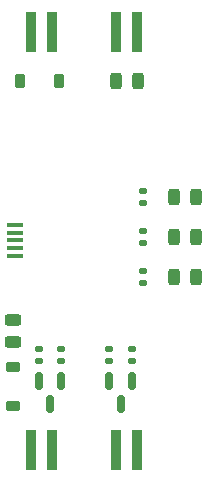
<source format=gbr>
%TF.GenerationSoftware,KiCad,Pcbnew,(7.0.0)*%
%TF.CreationDate,2023-03-17T13:32:38-05:00*%
%TF.ProjectId,adbuino,61646275-696e-46f2-9e6b-696361645f70,rev?*%
%TF.SameCoordinates,Original*%
%TF.FileFunction,Paste,Bot*%
%TF.FilePolarity,Positive*%
%FSLAX46Y46*%
G04 Gerber Fmt 4.6, Leading zero omitted, Abs format (unit mm)*
G04 Created by KiCad (PCBNEW (7.0.0)) date 2023-03-17 13:32:38*
%MOMM*%
%LPD*%
G01*
G04 APERTURE LIST*
G04 Aperture macros list*
%AMRoundRect*
0 Rectangle with rounded corners*
0 $1 Rounding radius*
0 $2 $3 $4 $5 $6 $7 $8 $9 X,Y pos of 4 corners*
0 Add a 4 corners polygon primitive as box body*
4,1,4,$2,$3,$4,$5,$6,$7,$8,$9,$2,$3,0*
0 Add four circle primitives for the rounded corners*
1,1,$1+$1,$2,$3*
1,1,$1+$1,$4,$5*
1,1,$1+$1,$6,$7*
1,1,$1+$1,$8,$9*
0 Add four rect primitives between the rounded corners*
20,1,$1+$1,$2,$3,$4,$5,0*
20,1,$1+$1,$4,$5,$6,$7,0*
20,1,$1+$1,$6,$7,$8,$9,0*
20,1,$1+$1,$8,$9,$2,$3,0*%
G04 Aperture macros list end*
%ADD10R,1.400000X0.400000*%
%ADD11RoundRect,0.135000X-0.185000X0.135000X-0.185000X-0.135000X0.185000X-0.135000X0.185000X0.135000X0*%
%ADD12RoundRect,0.243750X0.243750X0.456250X-0.243750X0.456250X-0.243750X-0.456250X0.243750X-0.456250X0*%
%ADD13R,0.900000X3.500000*%
%ADD14RoundRect,0.150000X-0.150000X0.587500X-0.150000X-0.587500X0.150000X-0.587500X0.150000X0.587500X0*%
%ADD15RoundRect,0.243750X-0.456250X0.243750X-0.456250X-0.243750X0.456250X-0.243750X0.456250X0.243750X0*%
%ADD16RoundRect,0.225000X-0.225000X-0.375000X0.225000X-0.375000X0.225000X0.375000X-0.225000X0.375000X0*%
%ADD17RoundRect,0.225000X0.375000X-0.225000X0.375000X0.225000X-0.375000X0.225000X-0.375000X-0.225000X0*%
G04 APERTURE END LIST*
D10*
%TO.C,J2*%
X17819999Y75599999D03*
X17819999Y76249999D03*
X17819999Y76899999D03*
X17819999Y77549999D03*
X17819999Y78199999D03*
%TD*%
D11*
%TO.C,R6*%
X25850000Y67720000D03*
X25850000Y66700000D03*
%TD*%
%TO.C,R1*%
X21750000Y67720000D03*
X21750000Y66700000D03*
%TD*%
%TO.C,R2*%
X19850000Y67720000D03*
X19850000Y66700000D03*
%TD*%
D12*
%TO.C,D1*%
X33200000Y77151250D03*
X31325000Y77151250D03*
%TD*%
%TO.C,D3*%
X33200000Y80550000D03*
X31325000Y80550000D03*
%TD*%
D11*
%TO.C,R4*%
X28662500Y77661250D03*
X28662500Y76641250D03*
%TD*%
%TO.C,R5*%
X28662500Y74262500D03*
X28662500Y73242500D03*
%TD*%
%TO.C,R12*%
X28662500Y81060000D03*
X28662500Y80040000D03*
%TD*%
D13*
%TO.C,J5*%
X26399999Y94549999D03*
X20999999Y94549999D03*
X28199999Y94549999D03*
X19199999Y94549999D03*
%TD*%
D14*
%TO.C,Q2*%
X25850000Y64937500D03*
X27750000Y64937500D03*
X26800000Y63062500D03*
%TD*%
D12*
%TO.C,D2*%
X33200000Y73752500D03*
X31325000Y73752500D03*
%TD*%
D14*
%TO.C,Q1*%
X19850000Y64937500D03*
X21750000Y64937500D03*
X20800000Y63062500D03*
%TD*%
D11*
%TO.C,R3*%
X27750000Y67720000D03*
X27750000Y66700000D03*
%TD*%
D13*
%TO.C,J4*%
X20999999Y59149999D03*
X26399999Y59149999D03*
X19199999Y59149999D03*
X28199999Y59149999D03*
%TD*%
D15*
%TO.C,F2*%
X17700000Y70137500D03*
X17700000Y68262500D03*
%TD*%
D16*
%TO.C,D4*%
X18300000Y90350000D03*
X21600000Y90350000D03*
%TD*%
D12*
%TO.C,F1*%
X28287500Y90350000D03*
X26412500Y90350000D03*
%TD*%
D17*
%TO.C,D5*%
X17700000Y62850000D03*
X17700000Y66150000D03*
%TD*%
M02*

</source>
